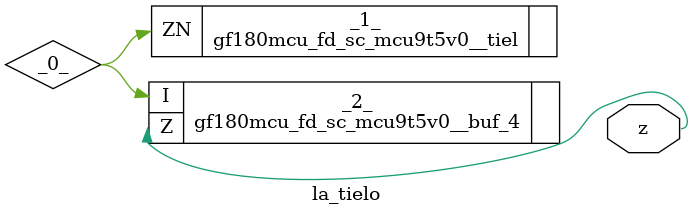
<source format=v>
/* Generated by Yosys 0.37 (git sha1 a5c7f69ed, clang 14.0.0-1ubuntu1.1 -fPIC -Os) */

module la_tielo(z);
  wire _0_;
  output z;
  wire z;
  gf180mcu_fd_sc_mcu9t5v0__tiel _1_ (
    .ZN(_0_)
  );
  gf180mcu_fd_sc_mcu9t5v0__buf_4 _2_ (
    .I(_0_),
    .Z(z)
  );
endmodule

</source>
